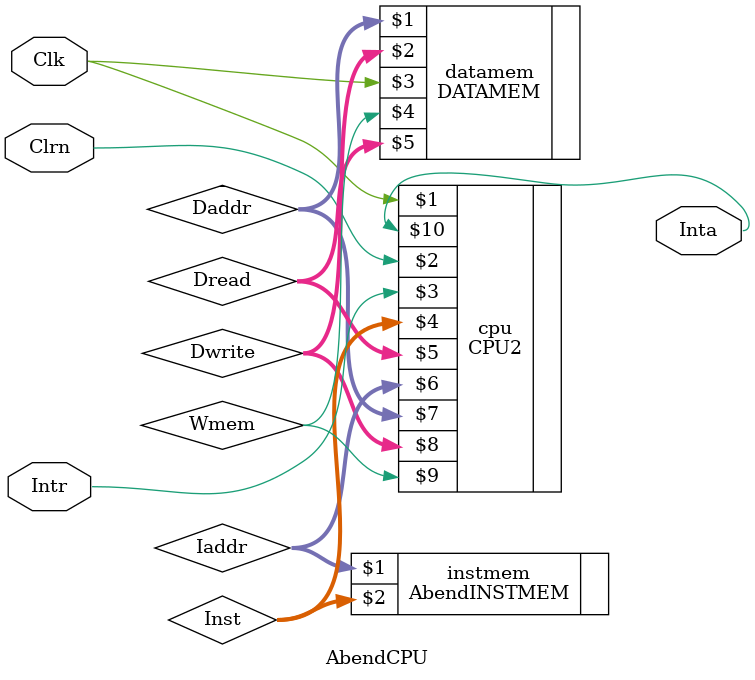
<source format=v>
`timescale 1ns / 1ps


module AbendCPU(
    input Clk,
    input Clrn ,
    input Intr,
    output Inta
);
    wire[31:0] Inst;
    wire[31:0] Dread;
    wire[31:0] Iaddr;
    wire[31:0] Daddr;
    wire[31:0] Dwrite;
    wire Wmem;
    
    CPU2 cpu(Clk,Clrn,Intr,Inst,Dread,Iaddr,Daddr,Dwrite,Wmem,Inta);
    AbendINSTMEM instmem(Iaddr,Inst);
    DATAMEM datamem(Daddr,Dwrite,Clk,Wmem,Dread);

endmodule
</source>
